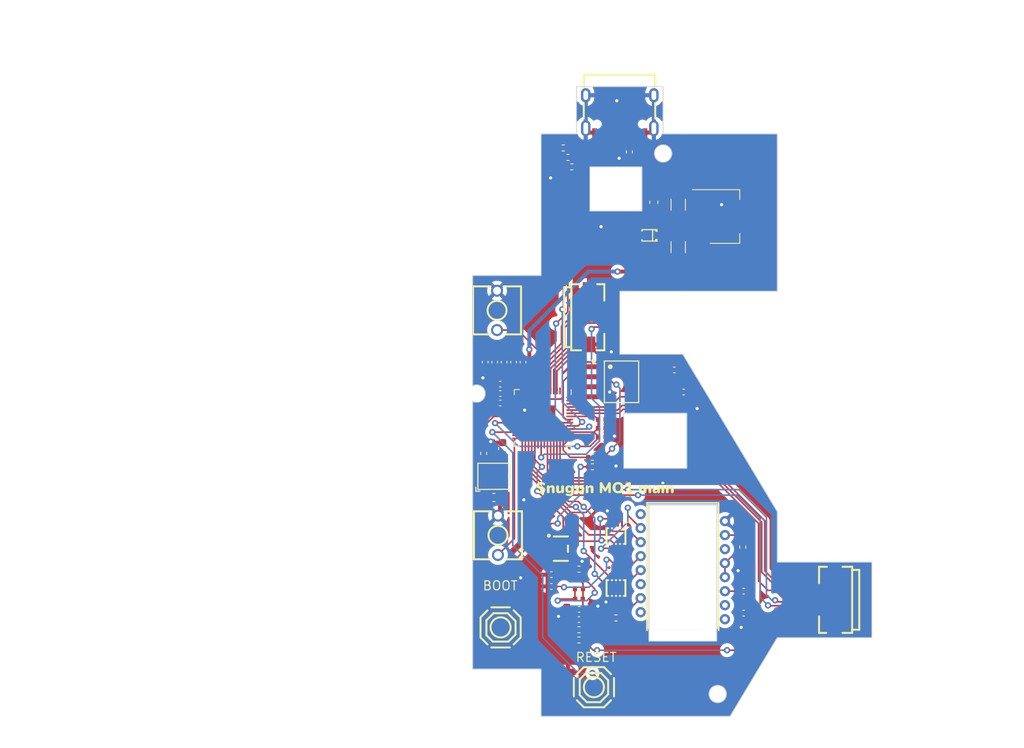
<source format=kicad_pcb>
(kicad_pcb (version 20221018) (generator pcbnew)
  (layers (0 "F.Cu" signal) (31 "B.Cu" signal) (34 "B.Paste" user) (35 "F.Paste" user) (36 "B.SilkS" user "B.Silkscreen") (37 "F.SilkS" user "F.Silkscreen") (38 "B.Mask" user) (39 "F.Mask" user) (44 "Edge.Cuts" user))
  (net 0 "")
  (net 1 "GND")
  (net 2 "RE0B")
  (net 3 "RE0A")
  (net 4 "NCS")
  (net 5 "MOSI")
  (net 6 "MISO")
  (net 7 "SCLK")
  (net 8 "RESET")
  (net 9 "Net-(U2-FB)")
  (net 10 "Net-(U2-OUT)")
  (net 11 "NCS1.9V")
  (net 12 "SCLK1.9V")
  (net 13 "MISO1.9V")
  (net 14 "MOSI1.9V")
  (net 15 "Net-(U5-VDDPIX)")
  (net 16 "Net-(U5-~{RESET})")
  (net 18 "Net-(U5-LED_P)")
  (net 19 "SW8")
  (net 20 "SW6")
  (net 21 "SW5")
  (net 22 "SW7")
  (net 23 "SW4")
  (net 24 "SW3")
  (net 25 "SW2")
  (net 26 "SW1")
  (net 27 "SW0")
  (net 28 "SW9")
  (net 29 "SW10")
  (net 30 "SW11")
  (net 31 "D-")
  (net 32 "D+")
  (net 33 "Net-(J3-CC1)")
  (net 34 "Net-(J3-CC2)")
  (net 35 "VBUS")
  (net 36 "Net-(C9-Pad1)")
  (net 37 "Net-(U1-XOUT)")
  (net 39 "Net-(J3-D--Pad5)")
  (net 40 "Net-(J3-D+-Pad6)")
  (net 44 "+3V3")
  (net 45 "QSPI_SS")
  (net 46 "USB_BOOT")
  (net 47 "+5V")
  (net 50 "Net-(U1-XIN)")
  (net 51 "+1V1")
  (net 58 "QSPI_SD3")
  (net 59 "QSPI_SCLK")
  (net 60 "QSPI_SD0")
  (net 61 "QSPI_SD2")
  (net 62 "QSPI_SD1")
  (net 63 "Net-(SD1-A)")
  (footprint "Resistor_SMD:R_0402_1005Metric" (layer "F.Cu") (at 111.4 103.6 90)
    (fp_text reference "R15" hide)
    (fp_text value "1k")
  )
  (footprint "Capacitor_SMD:C_0603_1608Metric" (layer "F.Cu") (at 113.8 103 90)
    (fp_text reference "C9" hide)
    (fp_text value "30pF")
  )
  (footprint "0:FFCｺﾈｸﾀ_FPC-SMD_P0.50-8P_FGS-XJ-H2.0" (layer "F.Cu") (at 154.5815 122.2 -90)
    (fp_text reference "J6" hide)
    (fp_text value "Conn_01x8_Pin + 2" hide)
  )
  (footprint "0:TPS73601DBVR C59200" (layer "F.Cu") (at 121.2 115.7 180)
    (fp_text reference "U2" hide)
    (fp_text value "TPS73601DBV" hide)
  )
  (footprint "Capacitor_SMD:C_0402_1005Metric" (layer "F.Cu") (at 144.4 121.1)
    (fp_text reference "C5" hide)
    (fp_text value "10uF")
  )
  (footprint "Capacitor_SMD:C_0402_1005Metric" (layer "F.Cu") (at 116.4 92 90)
    (fp_text reference "C26" hide)
    (fp_text value "2.2uF")
  )
  (footprint "Logos:Snugon MO1 main" (layer "F.Cu") (at 126.81141 108.3725)
    (fp_text reference "G***" hide)
    (fp_text value "LOGO" hide)
  )
  (footprint "Capacitor_SMD:C_0603_1608Metric" (layer "F.Cu") (at 112.7 109.2)
    (fp_text reference "C8" hide)
    (fp_text value "30pF")
  )
  (footprint "Resistor_SMD:R_0402_1005Metric" (layer "F.Cu") (at 123.5 127.3 180)
    (fp_text reference "R4" hide)
    (fp_text value "10k")
  )
  (footprint "Capacitor_SMD:C_0402_1005Metric" (layer "F.Cu") (at 111.6 92 90)
    (fp_text reference "C21" hide)
    (fp_text value "100nF")
  )
  (footprint "Package_TO_SOT_SMD:SOT-223" (layer "F.Cu") (at 142 73.5)
    (fp_text reference "U7" hide)
    (fp_text value "NCP1117-3.3_SOT223")
  )
  (footprint "Resistor_SMD:R_0402_1005Metric" (layer "F.Cu") (at 122.1 66)
    (fp_text reference "R11" hide)
    (fp_text value "27")
  )
  (footprint "Capacitor_SMD:C_0402_1005Metric" (layer "F.Cu") (at 113.5 97.2 180)
    (fp_text reference "C18" hide)
    (fp_text value "100nF")
  )
  (footprint "Capacitor_SMD:C_0402_1005Metric" (layer "F.Cu") (at 114 92 90)
    (fp_text reference "C23" hide)
    (fp_text value "100nF")
  )
  (footprint "0:SW-SMD_4P-L5.1-W5.1-P3.70-LS6.5-TL-2" (layer "F.Cu") (at 113.55 125.7 90)
    (fp_text reference "SW14" hide)
    (fp_text value "BOOT")
  )
  (footprint "Capacitor_SMD:C_0402_1005Metric" (layer "F.Cu") (at 123.5 122.1 180)
    (fp_text reference "C3" hide)
    (fp_text value "100nF")
  )
  (footprint "Resistor_SMD:R_0402_1005Metric" (layer "F.Cu") (at 121.5 64.8)
    (fp_text reference "R9" hide)
    (fp_text value "5.1k")
  )
  (footprint "Resistor_SMD:R_0402_1005Metric" (layer "F.Cu") (at 123.5 118.3)
    (fp_text reference "R2" hide)
    (fp_text value "63.4k")
  )
  (footprint "PMW3360DM-T2QU:PMW3360" (layer "F.Cu") (at 136.683 117.985 180)
    (fp_text reference "U5" hide)
    (fp_text value "PMW3360DM-T2QU" hide)
    (fp_line (start -4.445 -7.9375) (end 4.445 -7.9375) (stroke (width 0.01)) (layer "Edge.Cuts"))
    (fp_line (start -4.445 7.9375) (end -4.445 -7.9375) (stroke (width 0.01)) (layer "Edge.Cuts"))
    (fp_line (start 4.445 -7.9375) (end 4.445 7.9375) (stroke (width 0.01)) (layer "Edge.Cuts"))
    (fp_line (start 4.445 7.9375) (end -4.445 7.9375) (stroke (width 0.01)) (layer "Edge.Cuts"))
  )
  (footprint "0:SW-SMD_4P-L5.1-W5.1-P3.70-LS6.5-TL-2" (layer "F.Cu") (at 125.4 133.3)
    (fp_text reference "SW15" hide)
    (fp_text value "RESET")
  )
  (footprint "Resistor_SMD:R_0402_1005Metric" (layer "F.Cu") (at 128.2 124.5 180)
    (fp_text reference "R5" hide)
    (fp_text value "39")
  )
  (footprint "Capacitor_SMD:C_0402_1005Metric" (layer "F.Cu") (at 126.4 99.3)
    (fp_text reference "C17" hide)
    (fp_text value "100nF")
  )
  (footprint "Resistor_SMD:R_0402_1005Metric" (layer "F.Cu") (at 125.2 104.1)
    (fp_text reference "R14" hide)
    (fp_text value "10k")
  )
  (footprint "Capacitor_SMD:C_0402_1005Metric" (layer "F.Cu") (at 115.2 92 90)
    (fp_text reference "C24" hide)
    (fp_text value "100nF")
  )
  (footprint "Capacitor_SMD:C_0402_1005Metric" (layer "F.Cu") (at 126.4 101.5)
    (fp_text reference "C25" hide)
    (fp_text value "2.2uF")
  )
  (footprint "Resistor_SMD:R_0402_1005Metric" (layer "F.Cu") (at 144.3 115.5 90)
    (fp_text reference "R6" hide)
    (fp_text value "10k")
  )
  (footprint "Resistor_SMD:R_0402_1005Metric" (layer "F.Cu") (at 122.6 67.2)
    (fp_text reference "R10" hide)
    (fp_text value "27")
  )
  (footprint "Capacitor_SMD:C_0402_1005Metric" (layer "F.Cu") (at 123.5 124.7 180)
    (fp_text reference "C7" hide)
    (fp_text value "100nF")
  )
  (footprint "Capacitor_SMD:C_1206_3216Metric" (layer "F.Cu") (at 136.1 77.4 -90)
    (fp_text reference "C14" hide)
    (fp_text value "10uF")
  )
  (footprint "Capacitor_SMD:C_0402_1005Metric" (layer "F.Cu") (at 126.4 100.4)
    (fp_text reference "C16" hide)
    (fp_text value "100nF")
  )
  (footprint "0:SW-TH_L6.2-W6.2-P5.00" (layer "F.Cu") (at 113.217 114 -90)
    (fp_text reference "SW0" hide)
    (fp_text value "SW_PUSH" hide)
  )
  (footprint "Resistor_SMD:R_0402_1005Metric" (layer "F.Cu") (at 125.2 105.3)
    (fp_text reference "R13" hide)
    (fp_text value "1k")
  )
  (footprint "0:TXS0102DCUR C53434" (layer "F.Cu") (at 128.2 114.1 180)
    (fp_text reference "U3" hide)
    (fp_text value "TXS0102DCU" hide)
  )
  (footprint "Capacitor_SMD:C_1206_3216Metric" (layer "F.Cu") (at 136.1 72 90)
    (fp_text reference "C15" hide)
    (fp_text value "10uF")
  )
  (footprint "Capacitor_SMD:C_0402_1005Metric" (layer "F.Cu") (at 135.6 93)
    (fp_text reference "C27" hide)
    (fp_text value "100nF")
  )
  (footprint "Capacitor_SMD:C_0402_1005Metric" (layer "F.Cu") (at 123.52 123.4 180)
    (fp_text reference "C4" hide)
    (fp_text value "10uF")
  )
  (footprint "0:X322512MSB4SI_C9002" (layer "F.Cu") (at 112.7 106.5)
    (fp_text reference "Y1" hide)
    (fp_text value "12MHz" hide)
  )
  (footprint "Capacitor_SMD:C_0402_1005Metric" (layer "F.Cu") (at 120 119 180)
    (fp_text reference "C1" hide)
    (fp_text value "10uF")
  )
  (footprint "Fuse:Fuse_0603_1608Metric" (layer "F.Cu") (at 133 71.7 -90)
    (fp_text reference "F2" hide)
    (fp_text value "Fuse")
  )
  (footprint "Resistor_SMD:R_0402_1005Metric" (layer "F.Cu") (at 129.9 65.3 90)
    (fp_text reference "R8" hide)
    (fp_text value "5.1k")
  )
  (footprint "Capacitor_SMD:C_0402_1005Metric" (layer "F.Cu") (at 113.5 96 180)
    (fp_text reference "C19" hide)
    (fp_text value "100nF")
  )
  (footprint "0:USB-C-SMD_TYPE-C-6PIN-2MD-073" (layer "F.Cu") (at 128.683 60.475 180)
    (fp_text reference "J3" hide)
    (fp_text value "USB_C_Receptacle_USB2.0" hide)
  )
  (footprint "Capacitor_SMD:C_0402_1005Metric" (layer "F.Cu") (at 113.5 94.8 180)
    (fp_text reference "C20" hide)
    (fp_text value "100nF")
  )
  (footprint "0:SW-TH_L6.2-W6.2-P5.00" (layer "F.Cu") (at 113.1 85.428 -90)
    (fp_text reference "SW1" hide)
    (fp_text value "SW_PUSH" hide)
  )
  (footprint "Capacitor_SMD:C_0402_1005Metric" (layer "F.Cu") (at 112.8 92 90)
    (fp_text reference "C22" hide)
    (fp_text value "100nF")
  )
  (footprint "Package_DFN_QFN:QFN-56-1EP_7x7mm_P0.4mm_EP3.2x3.2mm" (layer "F.Cu") (at 118.9 99.1 -90)
    (fp_text reference "U1" hide)
    (fp_text value "RP2040")
  )
  (footprint "Capacitor_SMD:C_0402_1005Metric" (layer "F.Cu") (at 144.4 123.9)
    (fp_text reference "C6" hide)
    (fp_text value "100nF")
  )
  (footprint "Capacitor_SMD:C_0402_1005Metric" (layer "F.Cu") (at 120 120.5 180)
    (fp_text reference "C2" hide)
    (fp_text value "100nF")
  )
  (footprint "Capacitor_SMD:C_0402_1005Metric" (layer "F.Cu") (at 136.8 95.8)
    (fp_text reference "C28" hide)
    (fp_text value "2.2uF")
  )
  (footprint "0:1N5819WS_C191023" (layer "F.Cu") (at 132.4 75.9 180)
    (fp_text reference "SD1" hide)
    (fp_text value "Schottky diode" hide)
  )
  (footprint "Resistor_SMD:R_0402_1005Metric" (layer "F.Cu") (at 123.5 126 180)
    (fp_text reference "R3" hide)
    (fp_text value "10k")
  )
  (footprint "0:W25Q128JVSIQ_C97521" (layer "F.Cu") (at 128.9 94.5 -90)
    (fp_text reference "U8" hide)
    (fp_text value "W25Q128JVSIQ" hide)
  )
  (footprint "0:FFCｺﾈｸﾀ_FPC-SMD_P0.50-8P_FGS-XJ-H2.0" (layer "F.Cu") (at 126.1185 86.3 90)
    (fp_text reference "J1" hide)
    (fp_text value "Conn_01x8_Pin + 2" hide)
  )
  (footprint "0:TXS0102DCUR C53434" (layer "F.Cu") (at 128.2 120.7)
    (fp_text reference "U4" hide)
    (fp_text value "TXS0102DCU" hide)
  )
  (footprint "Resistor_SMD:R_0402_1005Metric" (layer "F.Cu") (at 123.5 120.8 180)
    (fp_text reference "R1" hide)
    (fp_text value "37.4k")
  )
  (gr_line (start 123.183 57) (end 134.183 57) (stroke (width 0.1)) (layer "Edge.Cuts"))
  (gr_line (start 124.883 72.8) (end 124.883 67.2) (stroke (width 0.1)) (layer "Edge.Cuts"))
  (gr_line (start 128.683 91) (end 136.683 91) (stroke (width 0.1)) (layer "Edge.Cuts"))
  (gr_line (start 131.483 67.2) (end 131.483 72.8) (stroke (width 0.1)) (layer "Edge.Cuts"))
  (gr_line (start 148.683 117.4) (end 160.683 117.4) (stroke (width 0.1)) (layer "Edge.Cuts"))
  (gr_line (start 136.683 83) (end 128.683 83) (stroke (width 0.1)) (layer "Edge.Cuts"))
  (gr_arc (start 110 95.020001) (mid 111.600181 96) (end 110 96.979999) (stroke (width 0.1)) (layer "Edge.Cuts"))
  (gr_line (start 124.883 72.8) (end 131.483 72.8) (stroke (width 0.1)) (layer "Edge.Cuts"))
  (gr_line (start 123.183 63) (end 123.183 57) (stroke (width 0.1)) (layer "Edge.Cuts"))
  (gr_line (start 110 81) (end 110 95.02) (stroke (width 0.1)) (layer "Edge.Cuts"))
  (gr_line (start 118.683 137) (end 118.683 131) (stroke (width 0.1)) (layer "Edge.Cuts"))
  (gr_line (start 129.183 98.5) (end 137.183 98.5) (stroke (width 0.1)) (layer "Edge.Cuts"))
  (gr_line (start 132.383 127.44) (end 132.383 110.18) (stroke (width 0.1)) (layer "Edge.Cuts"))
  (gr_line (start 110 119) (end 110 131) (stroke (width 0.1)) (layer "Edge.Cuts"))
  (gr_line (start 148.683 127) (end 160.683 127) (stroke (width 0.1)) (layer "Edge.Cuts"))
  (gr_circle (center 134.183 65.5) (end 135.283 65.5) (stroke (width 0.1)) (fill none) (layer "Edge.Cuts"))
  (gr_line (start 148.683 63) (end 148.683 83) (stroke (width 0.1)) (layer "Edge.Cuts"))
  (gr_line (start 148.683 127) (end 142.683 137) (stroke (width 0.1)) (layer "Edge.Cuts"))
  (gr_line (start 136.683 83) (end 148.683 83) (stroke (width 0.1)) (layer "Edge.Cuts"))
  (gr_line (start 136.683 91) (end 148.683 111) (stroke (width 0.1)) (layer "Edge.Cuts"))
  (gr_line (start 140.983 110.18) (end 140.983 127.44) (stroke (width 0.1)) (layer "Edge.Cuts"))
  (gr_circle (center 141.116 134.163) (end 142.216 134.163) (stroke (width 0.1)) (fill none) (layer "Edge.Cuts"))
  (gr_line (start 132.383 127.44) (end 140.983 127.44) (stroke (width 0.1)) (layer "Edge.Cuts"))
  (gr_line (start 118.683 81) (end 118.683 63) (stroke (width 0.1)) (layer "Edge.Cuts"))
  (gr_line (start 134.183 63) (end 136.683 63) (stroke (width 0.1)) (layer "Edge.Cuts"))
  (gr_line (start 148.683 111) (end 148.683 117.4) (stroke (width 0.1)) (layer "Edge.Cuts"))
  (gr_line (start 128.683 83) (end 128.683 91) (stroke (width 0.1)) (layer "Edge.Cuts"))
  (gr_line (start 137.183 105.5) (end 129.183 105.5) (stroke (width 0.1)) (layer "Edge.Cuts"))
  (gr_line (start 132.383 110.18) (end 140.983 110.18) (stroke (width 0.1)) (layer "Edge.Cuts"))
  (gr_line (start 134.183 57) (end 134.183 63) (stroke (width 0.1)) (layer "Edge.Cuts"))
  (gr_line (start 110 131) (end 118.683 131) (stroke (width 0.1)) (layer "Edge.Cuts"))
  (gr_line (start 118.683 137) (end 142.683 137) (stroke (width 0.1)) (layer "Edge.Cuts"))
  (gr_line (start 137.183 98.5) (end 137.183 105.5) (stroke (width 0.1)) (layer "Edge.Cuts"))
  (gr_line (start 110 81) (end 118.683 81) (stroke (width 0.1)) (layer "Edge.Cuts"))
  (gr_line (start 136.683 63) (end 148.683 63) (stroke (width 0.1)) (layer "Edge.Cuts"))
  (gr_line (start 110 119) (end 110 96.98) (stroke (width 0.1)) (layer "Edge.Cuts"))
  (gr_line (start 118.683 63) (end 123.183 63) (stroke (width 0.1)) (layer "Edge.Cuts"))
  (gr_line (start 160.683 117.4) (end 160.683 127) (stroke (width 0.1)) (layer "Edge.Cuts"))
  (gr_line (start 124.883 67.2) (end 131.483 67.2) (stroke (width 0.1)) (layer "Edge.Cuts"))
  (gr_line (start 129.183 105.5) (end 129.183 98.5) (stroke (width 0.1)) (layer "Edge.Cuts"))
  (segment (start 127.763 123) (end 125.9 123) (width 0.2) (layer "F.Cu") (net 1))
  (segment (start 144.88 121.1) (end 144.88 123.9) (width 0.5) (layer "F.Cu") (net 1))
  (segment (start 124.908 62.85) (end 124.358 62.3) (width 0.5) (layer "F.Cu") (net 1))
  (segment (start 128.454 112.55) (end 128.454 111.925314) (width 0.2) (layer "F.Cu") (net 1))
  (segment (start 127.946 122.25) (end 127.946 122.817) (width 0.2) (layer "F.Cu") (net 1))
  (segment (start 125.483 62.85) (end 124.908 62.85) (width 0.5) (layer "F.Cu") (net 1))
  (segment (start 113.8 108.875) (end 113.475 109.2) (width 0.5) (layer "F.Cu") (net 1))
  (segment (start 127.946 122.817) (end 127.763 123) (width 0.2) (layer "F.Cu") (net 1))
  (segment (start 118.9 115.7) (end 116.1 118.5) (width 0.5) (layer "F.Cu") (net 1))
  (segment (start 127.6 90.7) (end 125.7285 90.7) (width 0.5) (layer "F.Cu") (net 1))
  (segment (start 112.425 102.225) (end 112.3 102.1) (width 0.2) (layer "F.Cu") (net 1))
  (segment (start 131.883 62.85) (end 132.458 62.85) (width 0.5) (layer "F.Cu") (net 1))
  (segment (start 113.8 102.225) (end 112.425 102.225) (width 0.2) (layer "F.Cu") (net 1))
  (segment (start 123.9 117.3) (end 123.9 118.19) (width 0.5) (layer "F.Cu") (net 1))
  (segment (start 113.8 107.375) (end 113.8 108.875) (width 0.5) (layer "F.Cu") (net 1))
  (segment (start 116.1 118.5) (end 116.1 119.4) (width 0.5) (layer "F.Cu") (net 1))
  (segment (start 125.7285 90.7) (end 124.7785 89.75) (width 0.5) (layer "F.Cu") (net 1))
  (segment (start 113.575 107.375) (end 111.825 105.625) (width 0.5) (layer "F.Cu") (net 1))
  (segment (start 127.6 88.1915) (end 127.6 90.7) (width 0.5) (layer "F.Cu") (net 1))
  (segment (start 123.9 118.19) (end 124.01 118.3) (width 0.5) (layer "F.Cu") (net 1))
  (segment (start 113.8 107.375) (end 113.575 107.375) (width 0.5) (layer "F.Cu") (net 1))
  (segment (start 116.4 91.52) (end 111.6 91.52) (width 0.5) (layer "F.Cu") (net 1))
  (segment (start 127.428686 110.9) (end 127.1 110.9) (width 0.2) (layer "F.Cu") (net 1))
  (segment (start 117.9 98.1) (end 116.6 98.1) (width 0.2) (layer "F.Cu") (net 1))
  (segment (start 126.795 96.405) (end 127.4 95.8) (width 0.5) (layer "F.Cu") (net 1))
  (segment (start 113.92 98.1) (end 113.02 97.2) (width 0.2) (layer "F.Cu") (net 1))
  (segment (start 115.4625 98.1) (end 113.92 98.1) (width 0.2) (layer "F.Cu") (net 1))
  (segment (start 132.458 62.85) (end 133.008 62.3) (width 0.5) (layer "F.Cu") (net 1))
  (segment (start 116.6 98.1) (end 115.4625 98.1) (width 0.2) (layer "F.Cu") (net 1))
  (segment (start 113.475 109.2) (end 113.475 111.242) (width 0.5) (layer "F.Cu") (net 1))
  (segment (start 154.3235 120.348) (end 153.2415 120.348) (width 0.5) (layer "F.Cu") (net 1))
  (segment (start 111.825 105.625) (end 111.6 105.625) (width 0.5) (layer "F.Cu") (net 1))
  (segment (start 127.5605 88.152) (end 127.6 88.1915) (width 0.5) (layer "F.Cu") (net 1))
  (segment (start 128.454 111.925314) (end 127.428686 110.9) (width 0.2) (layer "F.Cu") (net 1))
  (segment (start 118.9 99.1) (end 117.9 98.1) (width 0.2) (layer "F.Cu") (net 1))
  (segment (start 119.9 115.7) (end 118.9 115.7) (width 0.5) (layer "F.Cu") (net 1))
  (segment (start 113.475 111.242) (end 113.217 111.5) (width 0.5) (layer "F.Cu") (net 1))
  (segment (start 155.9215 118.75) (end 154.3235 120.348) (width 0.5) (layer "F.Cu") (net 1))
  (segment (start 125.37 96.405) (end 126.795 96.405) (width 0.5) (layer "F.Cu") (net 1))
  (via (at 116.1 119.4) (size 0.8) (drill 0.4) (layers "F.Cu" "B.Cu") (net 1))
  (via (at 119.9 68.6) (size 0.8) (drill 0.4) (layers "F.Cu" "B.Cu") (net 1))
  (via (at 120.9 124.3) (size 0.8) (drill 0.4) (layers "F.Cu" "B.Cu") (net 1))
  (via (at 144.1 125.7) (size 0.8) (drill 0.4) (layers "F.Cu" "B.Cu") (net 1))
  (via (at 123.9 117.3) (size 0.8) (drill 0.4) (layers "F.Cu" "B.Cu") (net 1))
  (via (at 128 101.4) (size 0.8) (drill 0.4) (layers "F.Cu" "B.Cu") (net 1))
  (via (at 128.3 58.8) (size 0.8) (drill 0.4) (layers "F.Cu" "B.Cu") (net 1))
  (via (at 126.3 74.8) (size 0.8) (drill 0.4) (layers "F.Cu" "B.Cu") (net 1))
  (via (at 127.1 110.9) (size 0.8) (drill 0.4) (layers "F.Cu" "B.Cu") (net 1))
  (via (at 111.3 94) (size 0.8) (drill 0.4) (layers "F.Cu" "B.Cu") (net 1))
  (via (at 138.5 97.9) (size 0.8) (drill 0.4) (layers "F.Cu" "B.Cu") (net 1))
  (via (at 112.3 102.1) (size 0.8) (drill 0.4) (layers "F.Cu" "B.Cu") (net 1))
  (via (at 125.9 123) (size 0.8) (drill 0.4) (layers "F.Cu" "B.Cu") (net 1))
  (via (at 127.6 90.7) (size 0.8) (drill 0.4) (layers "F.Cu" "B.Cu") (net 1))
  (via (at 128.6 66.1) (size 0.8) (drill 0.4) (layers "F.Cu" "B.Cu") (net 1))
  (via (at 116.6 98.1) (size 0.8) (drill 0.4) (layers "F.Cu" "B.Cu") (net 1))
  (via (at 127.4 95.8) (size 0.8) (drill 0.4) (layers "F.Cu" "B.Cu") (net 1))
  (via (at 143.7 118.5) (size 0.8) (drill 0.4) (layers "F.Cu" "B.Cu") (net 1))
  (via (at 128.2 105.2) (size 0.8) (drill 0.4) (layers "F.Cu" "B.Cu") (net 1))
  (via (at 116.5 109.5) (size 0.8) (drill 0.4) (layers "F.Cu" "B.Cu") (net 1))
  (via (at 141.6 72) (size 0.8) (drill 0.4) (layers "F.Cu" "B.Cu") (net 1))
  (segment (start 127.4 95.8) (end 127.4 90.9) (width 0.5) (layer "B.Cu") (net 1))
  (segment (start 127.4 95.8) (end 128 96.4) (width 0.5) (layer "B.Cu") (net 1))
  (segment (start 127.6 90.7) (end 127.5 90.8) (width 0.5) (layer "B.Cu") (net 1))
  (segment (start 128 101.4) (end 128 101.3) (width 0.5) (layer "B.Cu") (net 1))
  (segment (start 127.4 90.9) (end 127.6 90.7) (width 0.5) (layer "B.Cu") (net 1))
  (segment (start 128 96.4) (end 128 101.4) (width 0.5) (layer "B.Cu") (net 1))
  (segment (start 118.7 104.1) (end 118.7 102.5375) (width 0.2) (layer "F.Cu") (net 2))
  (segment (start 125.348 87.552) (end 125.1 87.8) (width 0.2) (layer "F.Cu") (net 2))
  (segment (start 127.4565 87.552) (end 125.348 87.552) (width 0.2) (layer "F.Cu") (net 2))
  (via (at 125.1 87.8) (size 0.8) (drill 0.4) (layers "F.Cu" "B.Cu") (net 2))
  (via (at 118.7 104.1) (size 0.8) (drill 0.4) (layers "F.Cu" "B.Cu") (net 2))
  (segment (start 125.1 96.6) (end 125.1 87.8) (width 0.2) (layer "B.Cu") (net 2))
  (segment (start 118.7 104.1) (end 119.098379 103.701621) (width 0.2) (layer "B.Cu") (net 2))
  (segment (start 124.398379 103.701621) (end 126.1 102) (width 0.2) (layer "B.Cu") (net 2))
  (segment (start 126.1 97.6) (end 125.1 96.6) (width 0.2) (layer "B.Cu") (net 2))
  (segment (start 126.1 102) (end 126.1 97.6) (width 0.2) (layer "B.Cu") (net 2))
  (segment (start 119.098379 103.701621) (end 124.398379 103.701621) (width 0.2) (layer "B.Cu") (net 2))
  (segment (start 123.2785 90.555814) (end 123.2785 88.284314) (width 0.2) (layer "F.Cu") (net 3))
  (segment (start 124.512814 87.05) (end 127.4585 87.05) (width 0.2) (layer "F.Cu") (net 3))
  (segment (start 123.2785 88.284314) (end 124.512814 87.05) (width 0.2) (layer "F.Cu") (net 3))
  (segment (start 120.7 95.6625) (end 120.7 93.134314) (width 0.2) (layer "F.Cu") (net 3))
  (segment (start 120.7 93.134314) (end 123.2785 90.555814) (width 0.2) (layer "F.Cu") (net 3))
  (segment (start 124.1 110.4) (end 123.8 110.4) (width 0.2) (layer "F.Cu") (net 4))
  (segment (start 123.8 110.4) (end 123.8 110.11055) (width 0.2) (layer "F.Cu") (net 4))
  (segment (start 117.5 105.002942) (end 117.5 102.5375) (width 0.2) (layer "F.Cu") (net 4))
  (segment (start 127.438 120.838) (end 125.5 118.9) (width 0.2) (layer "F.Cu") (net 4))
  (segment (start 123.38995 109.7005) (end 122.197558 109.7005) (width 0.2) (layer "F.Cu") (net 4))
  (segment (start 123.8 110.11055) (end 123.38995 109.7005) (width 0.2) (layer "F.Cu") (net 4))
  (segment (start 127.438 122.25) (end 127.438 120.838) (width 0.2) (layer "F.Cu") (net 4))
  (segment (start 122.197558 109.7005) (end 117.5 105.002942) (width 0.2) (layer "F.Cu") (net 4))
  (via (at 125.5 118.9) (size 0.8) (drill 0.4) (layers "F.Cu" "B.Cu") (net 4))
  (via (at 124.1 110.4) (size 0.8) (drill 0.4) (layers "F.Cu" "B.Cu") (net 4))
  (segment (start 124.1 110.4) (end 125.5 111.8) (width 0.2) (layer "B.Cu") (net 4))
  (segment (start 125.5 111.8) (end 125.5 118.9) (width 0.2) (layer "B.Cu") (net 4))
  (segment (start 124.38995 111.1) (end 125.48995 110) (width 0.2) (layer "F.Cu") (net 5))
  (segment (start 128.962 111.662) (end 128.962 112.55) (width 0.2) (layer "F.Cu") (net 5))
  (segment (start 122.465686 111.1) (end 124.38995 111.1) (width 0.2) (layer "F.Cu") (net 5))
  (segment (start 116.7 105.334314) (end 122.465686 111.1) (width 0.2) (layer "F.Cu") (net 5))
  (segment (start 125.48995 110) (end 127.3 110) (width 0.2) (layer "F.Cu") (net 5))
  (segment (start 127.3 110) (end 128.962 111.662) (width 0.2) (layer "F.Cu") (net 5))
  (segment (start 116.7 102.5375) (end 116.7 105.334314) (width 0.2) (layer "F.Cu") (net 5))
  (segment (start 117.1 105.168628) (end 117.1 102.5375) (width 0.2) (layer "F.Cu") (net 6))
  (segment (start 123.1 110.4005) (end 122.331872 110.4005) (width 0.2) (layer "F.Cu") (net 6))
  (segment (start 122.331872 110.4005) (end 117.1 105.168628) (width 0.2) (layer "F.Cu") (net 6))
  (segment (start 127.25 119.15) (end 124.1 116) (width 0.2) (layer "F.Cu") (net 6))
  (segment (start 127.438 119.15) (end 127.25 119.15) (width 0.2) (layer "F.Cu") (net 6))
  (via (at 124.1 116) (size 0.8) (drill 0.4) (layers "F.Cu" "B.Cu") (net 6))
  (via (at 123.1 110.4005) (size 0.8) (drill 0.4) (layers "F.Cu" "B.Cu") (net 6))
  (segment (start 124.1 111.4005) (end 124.1 116) (width 0.2) (layer "B.Cu") (net 6))
  (segment (start 123.1 110.4005) (end 124.1 111.4005) (width 0.2) (layer "B.Cu") (net 6))
  (segment (start 128.962 115.083) (end 128.962 115.65) (width 0.2) (layer "F.Cu") (net 7))
  (segment (start 124.746218 113.946218) (end 127.825218 113.946218) (width 0.2) (layer "F.Cu") (net 7))
  (segment (start 127.825218 113.946218) (end 128.962 115.083) (width 0.2) (layer "F.Cu") (net 7))
  (segment (start 116.3 105.5) (end 124.746218 113.946218) (width 0.2) (layer "F.Cu") (net 7))
  (segment (start 116.3 102.5375) (end 116.3 105.5) (width 0.2) (layer "F.Cu") (net 7))
  (segment (start 125.2 131.5) (end 125.25 131.45) (width 0.2) (layer "F.Cu") (net 8))
  (segment (start 115.4625 100.9) (end 112.5 100.9) (width 0.2) (layer "F.Cu") (net 8))
  (segment (start 128.7 135) (end 128.7 135.15) (width 0.2) (layer "F.Cu") (net 8))
  (segment (start 125.2 131.5) (end 128.7 135) (width 0.2) (layer "F.Cu") (net 8))
  (via (at 125.2 131.5) (size 0.8) (drill 0.4) (layers "F.Cu" "B.Cu") (net 8))
  (via (at 112.5 100.9) (size 0.8) (drill 0.4) (layers "F.Cu" "B.Cu") (net 8))
  (segment (start 118.9 119.1) (end 115.1 115.3) (width 0.2) (layer "B.Cu") (net 8))
  (segment (start 118.9 127) (end 118.9 119.1) (width 0.2) (layer "B.Cu") (net 8))
  (segment (start 115.1 103.5) (end 112.5 100.9) (width 0.2) (layer "B.Cu") (net 8))
  (segment (start 125.2 131.5) (end 123.4 131.5) (width 0.2) (layer "B.Cu") (net 8))
  (segment (start 115.1 115.3) (end 115.1 103.5) (width 0.2) (layer "B.Cu") (net 8))
  (segment (start 123.4 131.5) (end 118.9 127) (width 0.2) (layer "B.Cu") (net 8))
  (segment (start 125.5 120.81) (end 125.5 121.3) (width 0.2) (layer "F.Cu") (net 9))
  (segment (start 122.99 117.14) (end 122.5 116.65) (width 0.2) (layer "F.Cu") (net 9))
  (segment (start 122.99 120.8) (end 122.99 122.07) (width 0.2) (layer "F.Cu") (net 9))
  (segment (start 121 122.1) (end 123.02 122.1) (width 0.2) (layer "F.Cu") (net 9))
  (segment (start 120.8 122.3) (end 121 122.1) (width 0.2) (layer "F.Cu") (net 9))
  (segment (start 122.99 118.3) (end 125.5 120.81) (width 0.2) (layer "F.Cu") (net 9))
  (segment (start 122.99 118.3) (end 122.99 117.14) (width 0.2) (layer "F.Cu") (net 9))
  (segment (start 122.99 122.07) (end 123.02 122.1) (width 0.2) (layer "F.Cu") (net 9))
  (via (at 120.8 122.3) (size 0.8) (drill 0.4) (layers "F.Cu" "B.Cu") (net 9))
  (via (at 125.5 121.3) (size 0.8) (drill 0.4) (layers "F.Cu" "B.Cu") (net 9))
  (segment (start 124.5 122.3) (end 120.8 122.3) (width 0.2) (layer "B.Cu") (net 9))
  (segment (start 125.5 121.3) (end 124.5 122.3) (width 0.2) (layer "B.Cu") (net 9))
  (segment (start 124.01 127.3) (end 125.31 128.6) (width 0.2) (layer "F.Cu") (net 10))
  (segment (start 121.6 118.5) (end 121.6 115.65) (width 0.2) (layer "F.Cu") (net 10))
  (segment (start 123.98 124.7) (end 123.98 123.42) (width 0.2) (layer "F.Cu") (net 10))
  (segment (start 124.01 122.07) (end 123.98 122.1) (width 0.2) (layer "F.Cu") (net 10))
  (segment (start 127.863 111.9) (end 127.946 111.983) (width 0.2) (layer "F.Cu") (net 10))
  (segment (start 124.01 120.11) (end 123.6 119.7) (width 0.2) (layer "F.Cu") (net 10))
  (segment (start 128.454 119.15) (end 128.454 122.25) (width 0.2) (layer "F.Cu") (net 10))
  (segment (start 127.946 115.083) (end 127.946 115.65) (width 0.2) (layer "F.Cu") (net 10))
  (segment (start 123.6 119.7) (end 122.8 119.7) (width 0.2) (layer "F.Cu") (net 10))
  (segment (start 143.563 116.01) (end 142.033 117.54) (width 0.2) (layer "F.Cu") (net 10))
  (segment (start 142.033 117.54) (end 142.033 119.32) (width 0.2) (layer "F.Cu") (net 10))
  (segment (start 126.259244 114.75) (end 122.5 114.75) (width 0.2) (layer "F.Cu") (net 10))
  (segment (start 128.454 123.736) (end 128.454 122.25) (width 0.2) (layer "F.Cu") (net 10))
  (segment (start 123.98 123.42) (end 124 123.4) (width 0.2) (layer "F.Cu") (net 10))
  (segment (start 127.69 124.5) (end 124.18 124.5) (width 0.2) (layer "F.Cu") (net 10))
  (segment (start 126.363026 114.646218) (end 126.259244 114.75) (width 0.2) (layer "F.Cu") (net 10))
  (segment (start 145.8 126.1) (end 145.8 117.51) (width 0.2) (layer "F.Cu") (net 10))
  (segment (start 127.946 111.983) (end 127.946 112.55) (width 0.2) (layer "F.Cu") (net 10))
  (segment (start 121.6 115.65) (end 122.5 114.75) (width 0.2) (layer "F.Cu") (net 10))
  (segment (start 143.3 128.6) (end 145.8 126.1) (width 0.2) (layer "F.Cu") (net 10))
  (segment (start 124.01 120.8) (end 124.01 122.07) (width 0.2) (layer "F.Cu") (net 10))
  (segment (start 124.18 124.5) (end 123.98 124.7) (width 0.2) (layer "F.Cu") (net 10))
  (segment (start 122.8 119.7) (end 121.6 118.5) (width 0.2) (layer "F.Cu") (net 10))
  (segment (start 124 122.12) (end 123.98 122.1) (width 0.2) (layer "F.Cu") (net 10))
  (segment (start 124 123.4) (end 124 122.12) (width 0.2) (layer "F.Cu") (net 10))
  (segment (start 124.01 120.8) (end 124.01 120.11) (width 0.2) (layer "F.Cu") (net 10))
  (segment (start 126.363026 114.646218) (end 127.509218 114.646218) (width 0.2) (layer "F.Cu") (net 10))
  (segment (start 127.69 124.5) (end 128.454 123.736) (width 0.2) (layer "F.Cu") (net 10))
  (segment (start 126.2 111.9) (end 127.863 111.9) (width 0.2) (layer "F.Cu") (net 10))
  (segment (start 123.98 124.7) (end 123.98 125.97) (width 0.2) (layer "F.Cu") (net 10))
  (segment (start 125.31 128.6) (end 125.8 128.6) (width 0.2) (layer "F.Cu") (net 10))
  (segment (start 142.3 128.6) (end 143.3 128.6) (width 0.2) (layer "F.Cu") (net 10))
  (segment (start 145.8 117.51) (end 144.3 116.01) (width 0.2) (layer "F.Cu") (net 10))
  (segment (start 127.509218 114.646218) (end 127.946 115.083) (width 0.2) (layer "F.Cu") (net 10))
  (segment (start 123.98 125.97) (end 124.01 126) (width 0.2) (layer "F.Cu") (net 10))
  (segment (start 124.01 127.3) (end 124.01 126) (width 0.2) (layer "F.Cu") (net 10))
  (segment (start 144.3 116.01) (end 143.563 116.01) (width 0.2) (layer "F.Cu") (net 10))
  (via (at 142.3 128.6) (size 0.8) (drill 0.4) (layers "F.Cu" "B.Cu") (net 10))
  (via (at 125.8 128.6) (size 0.8) (drill 0.4) (layers "F.Cu" "B.Cu") (net 10))
  (via (at 126.2 111.9) (size 0.8) (drill 0.4) (layers "F.Cu" "B.Cu") (net 10))
  (via (at 126.363026 114.646218) (size 0.8) (drill 0.4) (layers "F.Cu" "B.Cu") (net 10))
  (segment (start 126.2 114.483192) (end 126.363026 114.646218) (width 0.2) (layer "B.Cu") (net 10))
  (segment (start 126.2 111.9) (end 126.2 114.483192) (width 0.2) (layer "B.Cu") (net 10))
  (segment (start 125.8 128.6) (end 142.3 128.6) (width 0.2) (layer "B.Cu") (net 10))
  (segment (start 128.962 122.25) (end 128.962 120.801) (width 0.2) (layer "F.Cu") (net 11))
  (segment (start 128.962 120.801) (end 131.333 118.43) (width 0.2) (layer "F.Cu") (net 11))
  (segment (start 129.7 111.457) (end 131.333 113.09) (width 0.2) (layer "F.Cu") (net 12))
  (segment (start 126.35 115.65) (end 126.3 115.7) (width 0.2) (layer "F.Cu") (net 12))
  (segment (start 129.7 110.5) (end 129.7 111.457) (width 0.2) (layer "F.Cu") (net 12))
  (segment (start 127.438 115.65) (end 126.35 115.65) (width 0.2) (layer "F.Cu") (net 12))
  (via (at 129.7 110.5) (size 0.8) (drill 0.4) (layers "F.Cu" "B.Cu") (net 12))
  (via (at 126.3 115.7) (size 0.8) (drill 0.4) (layers "F.Cu" "B.Cu") (net 12))
  (segment (start 129.7 112.3) (end 129.7 110.5) (width 0.2) (layer "B.Cu") (net 12))
  (segment (start 126.3 115.7) (end 129.7 112.3) (width 0.2) (layer "B.Cu") (net 12))
  (segment (start 128.962 119.15) (end 128.962 119.021) (width 0.2) (layer "F.Cu") (net 13))
  (segment (start 128.962 119.021) (end 131.333 116.65) (width 0.2) (layer "F.Cu") (net 13))
  (segment (start 127.821 113.5) (end 129.963 113.5) (width 0.2) (layer "F.Cu") (net 14))
  (segment (start 129.963 113.5) (end 131.333 114.87) (width 0.2) (layer "F.Cu") (net 14))
  (segment (start 127.438 112.55) (end 127.438 113.117) (width 0.2) (layer "F.Cu") (net 14))
  (segment (start 127.438 113.117) (end 127.821 113.5) (width 0.2) (layer "F.Cu") (net 14))
  (segment (start 143.92 123.9) (end 143.92 121.1) (width 0.2) (layer "F.Cu") (net 15))
  (segment (start 143.92 121.1) (end 142.033 121.1) (width 0.2) (layer "F.Cu") (net 15))
  (segment (start 143.29 113.98) (end 142.033 113.98) (width 0.2) (layer "F.Cu") (net 16))
  (segment (start 144.3 114.99) (end 143.29 113.98) (width 0.2) (layer "F.Cu") (net 16))
  (segment (start 128.823 124.5) (end 128.71 124.5) (width 0.2) (layer "F.Cu") (net 18))
  (segment (start 131.333 121.99) (end 128.823 124.5) (width 0.2) (layer "F.Cu") (net 18))
  (segment (start 120.7 102.5375) (end 120.7 105.468628) (width 0.2) (layer "F.Cu") (net 19))
  (segment (start 141.465685 107.1) (end 146.7 112.334315) (width 0.2) (layer "F.Cu") (net 19))
  (segment (start 120.7 105.468628) (end 122.331372 107.1) (width 0.2) (layer "F.Cu") (net 19))
  (segment (start 146.7 118.7) (end 149.45 121.45) (width 0.2) (layer "F.Cu") (net 19))
  (segment (start 122.331372 107.1) (end 141.465685 107.1) (width 0.2) (layer "F.Cu") (net 19))
  (segment (start 149.45 121.45) (end 153.2415 121.45) (width 0.2) (layer "F.Cu") (net 19))
  (segment (start 146.7 112.334315) (end 146.7 118.7) (width 0.2) (layer "F.Cu") (net 19))
  (segment (start 122.8785 88.118628) (end 124.447128 86.55) (width 0.2) (layer "F.Cu") (net 20))
  (segment (start 120.3 95.6625) (end 120.3 92.968628) (width 0.2) (layer "F.Cu") (net 20))
  (segment (start 124.447128 86.55) (end 127.4585 86.55) (width 0.2) (layer "F.Cu") (net 20))
  (segment (start 120.3 92.968628) (end 122.8785 90.390128) (width 0.2) (layer "F.Cu") (net 20))
  (segment (start 122.8785 90.390128) (end 122.8785 88.118628) (width 0.2) (layer "F.Cu") (net 20))
  (segment (start 124.381442 86.05) (end 127.4585 86.05) (width 0.2) (layer "F.Cu") (net 21))
  (segment (start 119.9 95.6625) (end 119.9 92.802942) (width 0.2) (layer "F.Cu") (net 21))
  (segment (start 122.4785 87.952942) (end 124.381442 86.05) (width 0.2) (layer "F.Cu") (net 21))
  (segment (start 122.4785 90.224442) (end 122.4785 87.952942) (width 0.2) (layer "F.Cu") (net 21))
  (segment (start 119.9 92.802942) (end 122.4785 90.224442) (width 0.2) (layer "F.Cu") (net 21))
  (segment (start 122.5 106.7) (end 141.631371 106.7) (width 0.2) (layer "F.Cu") (net 22))
  (segment (start 147.1 112.168629) (end 147.1 118.534314) (width 0.2) (layer "F.Cu") (net 22))
  (segment (start 147.1 118.534314) (end 149.513686 120.948) (width 0.2) (layer "F.Cu") (net 22))
  (segment (start 141.631371 106.7) (end 147.1 112.168629) (width 0.2) (layer "F.Cu") (net 22))
  (segment (start 149.513686 120.948) (end 153.2435 120.948) (width 0.2) (layer "F.Cu") (net 22))
  (segment (start 121.1 105.3) (end 122.5 106.7) (width 0.2) (layer "F.Cu") (net 22))
  (segment (start 121.1 102.5375) (end 121.1 105.3) (width 0.2) (layer "F.Cu") (net 22))
  (segment (start 122.0785 90.058756) (end 122.0785 87.787256) (width 0.2) (layer "F.Cu") (net 23))
  (segment (start 119.5 92.637256) (end 122.0785 90.058756) (width 0.2) (layer "F.Cu") (net 23))
  (segment (start 124.315756 85.55) (end 127.4585 85.55) (width 0.2) (layer "F.Cu") (net 23))
  (segment (start 122.0785 87.787256) (end 124.315756 85.55) (width 0.2) (layer "F.Cu") (net 23))
  (segment (start 119.5 95.6625) (end 119.5 92.637256) (width 0.2) (layer "F.Cu") (net 23))
  (segment (start 119.1 92.4) (end 121.6785 89.8215) (width 0.2) (layer "F.Cu") (net 24))
  (segment (start 119.1 95.6625) (end 119.1 92.4) (width 0.2) (layer "F.Cu") (net 24))
  (segment (start 121.6785 87.62157) (end 124.25007 85.05) (width 0.2) (layer "F.Cu") (net 24))
  (segment (start 124.25007 85.05) (end 127.4585 85.05) (width 0.2) (layer "F.Cu") (net 24))
  (segment (start 121.6785 89.8215) (end 121.6785 87.62157) (width 0.2) (layer "F.Cu") (net 24))
  (segment (start 118.7 95.6625) (end 118.7 92.2) (width 0.2) (layer "F.Cu") (net 25))
  (segment (start 121.2785 87.455884) (end 124.184384 84.55) (width 0.2) (layer "F.Cu") (net 25))
  (segment (start 124.184384 84.55) (end 127.4585 84.55) (width 0.2) (layer "F.Cu") (net 25))
  (segment (start 121.2785 89.6215) (end 121.2785 87.455884) (width 0.2) (layer "F.Cu") (net 25))
  (segment (start 118.7 92.2) (end 121.2785 89.6215) (width 0.2) (layer "F.Cu") (net 25))
  (segment (start 118.3 95.6625) (end 118.3 90.51005) (width 0.2) (layer "F.Cu") (net 26))
  (segment (start 115.71795 87.928) (end 113.1 87.928) (width 0.2) (layer "F.Cu") (net 26))
  (segment (start 118.3 90.51005) (end 115.71795 87.928) (width 0.2) (layer "F.Cu") (net 26))
  (segment (start 115.4625 101.7) (end 115.3 101.8625) (width 0.2) (layer "F.Cu") (net 27))
  (segment (start 115.3 114.417) (end 113.217 116.5) (width 0.2) (layer "F.Cu") (net 27))
  (segment (start 115.3 101.8625) (end 115.3 114.417) (width 0.2) (layer "F.Cu") (net 27))
  (segment (start 146.3 119.8) (end 147.5 121) (width 0.2) (layer "F.Cu") (net 28))
  (segment (start 149.35 121.95) (end 153.2415 121.95) (width 0.2) (layer "F.Cu") (net 28))
  (segment (start 122.165686 107.5) (end 141.3 107.5) (width 0.2) (layer "F.Cu") (net 28))
  (segment (start 120.3 102.5375) (end 120.3 105.634314) (width 0.2) (layer "F.Cu") (net 28))
  (segment (start 148.4 121) (end 149.35 121.95) (width 0.2) (layer "F.Cu") (net 28))
  (segment (start 147.5 121) (end 148.4 121) (width 0.2) (layer "F.Cu") (net 28))
  (segment (start 120.3 105.634314) (end 122.165686 107.5) (width 0.2) (layer "F.Cu") (net 28))
  (segment (start 141.3 107.5) (end 146.3 112.5) (width 0.2) (layer "F.Cu") (net 28))
  (segment (start 146.3 112.5) (end 146.3 119.8) (width 0.2) (layer "F.Cu") (net 28))
  (segment (start 122.3 108.2) (end 129.6995 108.2) (width 0.2) (layer "F.Cu") (net 29))
  (segment (start 148.5995 122.45) (end 153.2415 122.45) (width 0.2) (layer "F.Cu") (net 29))
  (segment (start 148.4 122.2505) (end 148.5995 122.45) (width 0.2) (layer "F.Cu") (net 29))
  (segment (start 119.9 105.8) (end 122.3 108.2) (width 0.2) (layer "F.Cu") (net 29))
  (segment (start 119.9 102.5375) (end 119.9 105.8) (width 0.2) (layer "F.Cu") (net 29))
  (segment (start 129.6995 108.2) (end 129.7 108.2005) (width 0.2) (layer "F.Cu") (net 29))
  (via (at 148.4 122.2505) (size 0.8) (drill 0.4) (layers "F.Cu" "B.Cu") (net 29))
  (via (at 129.7 108.2005) (size 0.8) (drill 0.4) (layers "F.Cu" "B.Cu") (net 29))
  (segment (start 141.3005 108.2005) (end 141.301 108.2) (width 0.2) (layer "B.Cu") (net 29))
  (segment (start 141.301 108.2) (end 143.8 108.2) (width 0.2) (layer "B.Cu") (net 29))
  (segment (start 129.7 108.2005) (end 141.3005 108.2005) (width 0.2) (layer "B.Cu") (net 29))
  (segment (start 147.984815 122.2505) (end 148.4 122.2505) (width 0.2) (layer "B.Cu") (net 29))
  (segment (start 143.8 108.2) (end 147.3 111.7) (width 0.2) (layer "B.Cu") (net 29))
  (segment (start 147.3 111.7) (end 147.3 121.565685) (width 0.2) (layer "B.Cu") (net 29))
  (segment (start 147.3 121.565685) (end 147.984815 122.2505) (width 0.2) (layer "B.Cu") (net 29))
  (segment (start 147.5 122.9) (end 147.55 122.95) (width 0.2) (layer "F.Cu") (net 30))
  (segment (start 147.55 122.95) (end 153.2415 122.95) (width 0.2) (layer "F.Cu") (net 30))
  (segment (start 119.5 102.5375) (end 119.5 106) (width 0.2) (layer "F.Cu") (net 30))
  (segment (start 122.4 108.9) (end 131 108.9) (width 0.2) (layer "F.Cu") (net 30))
  (segment (start 119.5 106) (end 122.4 108.9) (width 0.2) (layer "F.Cu") (net 30))
  (via (at 147.5 122.9) (size 0.8) (drill 0.4) (layers "F.Cu" "B.Cu") (net 30))
  (via (at 131 108.9) (size 0.8) (drill 0.4) (layers "F.Cu" "B.Cu") (net 30))
  (segment (start 146.5 121.9) (end 147.5 122.9) (width 0.2) (layer "B.Cu") (net 30))
  (segment (start 143.6 108.9) (end 146.5 111.8) (width 0.2) (layer "B.Cu") (net 30))
  (segment (start 146.5 111.8) (end 146.5 121.9) (width 0.2) (layer "B.Cu") (net 30))
  (segment (start 131 108.9) (end 143.6 108.9) (width 0.2) (layer "B.Cu") (net 30))
  (segment (start 122.09 85.61) (end 122.09 67.2) (width 0.2) (layer "F.Cu") (net 31))
  (segment (start 120.6 87.1) (end 122.09 85.61) (width 0.2) (layer "F.Cu") (net 31))
  (segment (start 124.8 100.2005) (end 124.5005 100.5) (width 0.2) (layer "F.Cu") (net 31))
  (segment (start 124.5005 100.5) (end 122.3375 100.5) (width 0.2) (layer "F.Cu") (net 31))
  (via (at 124.8 100.2005) (size 0.8) (drill 0.4) (layers "F.Cu" "B.Cu") (net 31))
  (via (at 120.6 87.1) (size 0.8) (drill 0.4) (layers "F.Cu" "B.Cu") (net 31))
  (segment (start 120.5 97.9) (end 123.1 100.5) (width 0.2) (layer "B.Cu") (net 31))
  (segment (start 123.1 100.5) (end 124.5005 100.5) (width 0.2) (layer "B.Cu") (net 31))
  (segment (start 124.5005 100.5) (end 124.8 100.2005) (width 0.2) (layer "B.Cu") (net 31))
  (segment (start 120.5 87.2) (end 120.5 97.9) (width 0.2) (layer "B.Cu") (net 31))
  (segment (start 120.6 87.1) (end 120.5 87.2) (width 0.2) (layer "B.Cu") (net 31))
  (segment (start 121.52 66.07) (end 121.52 85.1705) (width 0.2) (layer "F.Cu") (net 32))
  (segment (start 121.59 66) (end 121.52 66.07) (width 0.2) (layer "F.Cu") (net 32))
  (segment (start 123.3995 100.1) (end 122.3375 100.1) (width 0.2) (layer "F.Cu") (net 32))
  (segment (start 121.52 85.1705) (end 121.3905 85.3) (width 0.2) (layer "F.Cu") (net 32))
  (segment (start 123.9 99.5995) (end 123.3995 100.1) (width 0.2) (layer "F.Cu") (net 32))
  (via (at 123.9 99.5995) (size 0.8) (drill 0.4) (layers "F.Cu" "B.Cu") (net 32))
  (via (at 121.3905 85.3) (size 0.8) (drill 0.4) (layers "F.Cu" "B.Cu") (net 32))
  (segment (start 121.3905 85.3) (end 121.3905 97.09) (width 0.2) (layer "B.Cu") (net 32))
  (segment (start 121.3905 97.09) (end 123.9 99.5995) (width 0.2) (layer "B.Cu") (net 32))
  (segment (start 129.933 62.85) (end 129.933 64.757) (width 0.25) (layer "F.Cu") (net 33))
  (segment (start 129.933 64.757) (end 129.9 64.79) (width 0.25) (layer "F.Cu") (net 33))
  (segment (start 126.933 63.65) (end 125.783 64.8) (width 0.2) (layer "F.Cu") (net 34))
  (segment (start 125.783 64.8) (end 122.01 64.8) (width 0.2) (layer "F.Cu") (net 34))
  (segment (start 126.933 62.85) (end 126.933 63.65) (width 0.2) (layer "F.Cu") (net 34))
  (segment (start 133 67.3) (end 131.083 65.383) (width 0.5) (layer "F.Cu") (net 35))
  (segment (start 127.862949 60.7) (end 126.283 62.279949) (width 0.2) (layer "F.Cu") (net 35))
  (segment (start 131.083 62.85) (end 131.083 62.279949) (width 0.2) (layer "F.Cu") (net 35))
  (segment (start 129.503051 60.7) (end 127.862949 60.7) (width 0.2) (layer "F.Cu") (net 35))
  (segment (start 131.083 65.383) (end 131.083 62.85) (width 0.5) (layer "F.Cu") (net 35))
  (segment (start 133 70.9125) (end 133 67.3) (width 0.5) (layer "F.Cu") (net 35))
  (segment (start 126.283 62.279949) (end 126.283 62.85) (width 0.2) (layer "F.Cu") (net 35))
  (segment (start 131.083 62.279949) (end 129.503051 60.7) (width 0.2) (layer "F.Cu") (net 35))
  (segment (start 111.4 104.11) (end 112.285 104.11) (width 0.2) (layer "F.Cu") (net 36))
  (segment (start 113.8 103.775) (end 113.8 105.625) (width 0.2) (layer "F.Cu") (net 36))
  (segment (start 112.285 104.11) (end 113.8 105.625) (width 0.2) (layer "F.Cu") (net 36))
  (segment (start 111.4 100.2) (end 111.4 103.09) (width 0.2) (layer "F.Cu") (net 37))
  (segment (start 115.4625 98.9) (end 112.7 98.9) (width 0.2) (layer "F.Cu") (net 37))
  (segment (start 112.7 98.9) (end 111.4 100.2) (width 0.2) (layer "F.Cu") (net 37))
  (segment (start 129.433 62.85) (end 129.433 63.715686) (width 0.2) (layer "F.Cu") (net 39))
  (segment (start 129.433 62.05) (end 129.183 61.8) (width 0.2) (layer "F.Cu") (net 39))
  (segment (start 126.548686 66.6) (end 123.71 66.6) (width 0.2) (layer "F.Cu") (net 39))
  (segment (start 128.683 61.8) (end 128.433 62.05) (width 0.2) (layer "F.Cu") (net 39))
  (segment (start 129.433 62.85) (end 129.433 62.05) (width 0.2) (layer "F.Cu") (net 39))
  (segment (start 123.71 66.6) (end 123.11 67.2) (width 0.2) (layer "F.Cu") (net 39))
  (segment (start 129.433 63.715686) (end 126.548686 66.6) (width 0.2) (layer "F.Cu") (net 39))
  (segment (start 128.433 62.05) (end 128.433 62.85) (width 0.2) (layer "F.Cu") (net 39))
  (segment (start 129.183 61.8) (end 128.683 61.8) (width 0.2) (layer "F.Cu") (net 39))
  (segment (start 127.933 63.5) (end 127.933 62.85) (width 0.2) (layer "F.Cu") (net 40))
  (segment (start 125.433 66) (end 122.61 66) (width 0.2) (layer "F.Cu") (net 40))
  (segment (start 128.933 63.65) (end 128.583 64) (width 0.2) (layer "F.Cu") (net 40))
  (segment (start 127.933 63.633) (end 127.933 63.5) (width 0.2) (layer "F.Cu") (net 40))
  (segment (start 128.583 64) (end 128.3 64) (width 0.2) (layer "F.Cu") (net 40))
  (segment (start 127.933 63.5) (end 125.433 66) (width 0.2) (layer "F.Cu") (net 40))
  (segment (start 128.933 62.85) (end 128.933 63.65) (width 0.2) (layer "F.Cu") (net 40))
  (segment (start 128.3 64) (end 127.933 63.633) (width 0.2) (layer "F.Cu") (net 40))
  (segment (start 141.2 78) (end 139.4 79.8) (width 0.5) (layer "F.Cu") (net 44))
  (segment (start 121.5 98.994975) (end 121.805025 99.3) (width 0.2) (layer "F.Cu") (net 44))
  (segment (start 121.5 111.689244) (end 121.5 113.15) (width 0.2) (layer "F.Cu") (net 44))
  (segment (start 120.48 120.5) (end 121.5 120.5) (width 0.2) (layer "F.Cu") (net 44))
  (segment (start 113.98 94.8) (end 113.98 92.5) (width 0.5) (layer "F.Cu") (net 44))
  (segment (start 121.805025 99.3) (end 122.3375 99.3) (width 0.2) (layer "F.Cu") (net 44))
  (segment (start 121.2 99.9) (end 121.2 100.694975) (width 0.2) (layer "F.Cu") (net 44))
  (segment (start 122.3375 101.7) (end 121.5 102.5375) (width 0.2) (layer "F.Cu") (net 44))
  (segment (start 119.9 114.75) (end 120.6 114.75) (width 0.2) (layer "F.Cu") (net 44))
  (segment (start 112.8 92.48) (end 111.6 92.48) (width 0.5) (layer "F.Cu") (net 44))
  (segment (start 113.98 94.8) (end 113.98 96) (width 0.5) (layer "F.Cu") (net 44))
  (segment (start 117.9 102.005025) (end 117.9 102.5375) (width 0.2) (layer "F.Cu") (net 44))
  (segment (start 138.7 80.5) (end 128.4 80.5) (width 0.5) (layer "F.Cu") (net 44))
  (segment (start 118.4 96.7) (end 121.2 96.7) (width 0.2) (layer "F.Cu") (net 44))
  (segment (start 115.994975 99.3) (end 117 100.305025) (width 0.2) (layer "F.Cu") (net 44))
  (segment (start 115.2 92.48) (end 114 92.48) (width 0.5) (layer "F.Cu") (net 44))
  (segment (start 117.9 104.3995) (end 117.9 102.5375) (width 0.2) (layer "F.Cu") (net 44))
  (segment (start 121.2 100.694975) (end 121.805025 101.3) (width 0.2) (layer "F.Cu") (net 44))
  (segment (start 121.2 96.7) (end 121.5 96.4) (width 0.2) (layer "F.Cu") (net 44))
  (segment (start 117.9 96.2) (end 118.4 96.7) (width 0.2) (layer "F.Cu") (net 44))
  (segment (start 121.5 102.5375) (end 121.5 102.005025) (width 0.2) (layer "F.Cu") (net 44))
  (segment (start 138.85 73.5) (end 136.125 73.5) (width 0.5) (layer "F.Cu") (net 44))
  (segment (start 136.32 94.92) (end 136.32 95.8) (width 0.2) (layer "F.Cu") (net 44))
  (segment (start 121.5 95.6625) (end 121.5 96.4) (width 0.2) (layer "F.Cu") (net 44))
  (segment (start 117 100.305025) (end 117 101.4) (width 0.2) (layer "F.Cu") (net 44))
  (segment (start 113.98 96) (end 113.98 97.2) (width 0.5) (layer "F.Cu") (net 44))
  (segment (start 116.4 92.48) (end 116.584386 92.48) (width 0.5) (layer "F.Cu") (net 44))
  (segment (start 118.405025 101.5) (end 117.9 102.005025) (width 0.2) (layer "F.Cu") (net 44))
  (segment (start 121.5 102.5375) (end 121.5 103.2) (width 0.2) (layer "F.Cu") (net 44))
  (segment (start 117.294975 101.4) (end 117 101.4) (width 0.2) (layer "F.Cu") (net 44))
  (segment (start 123.954314 91.98) (end 121.5 94.434314) (width 0.2) (layer "F.Cu") (net 44))
  (segment (start 135.12 93) (end 135.12 93.72) (width 0.2) (layer "F.Cu") (net 44))
  (segment (start 116.4 92.48) (end 116.4 93.630024) (width 0.5) (layer "F.Cu") (net 44))
  (segment (start 127 117.1) (end 127.4 117.1) (width 0.2) (layer "F.Cu") (net 44))
  (segment (start 116.584386 92.48) (end 117.2 91.864386) (width 0.5) (layer "F.Cu") (net 44))
  (segment (start 120.6 116.65) (end 119.9 116.65) (width 0.2) (layer "F.Cu") (net 44))
  (segment (start 116.4 92.48) (end 115.2 92.48) (width 0.5) (layer "F.Cu") (net 44))
  (segment (start 141.2 75.1) (end 141.2 78) (width 0.5) (layer "F.Cu") (net 44))
  (segment (start 118.8005 105.3) (end 117.9 104.3995) (width 0.2) (layer "F.Cu") (net 44))
  (segment (start 128.454 115.65) (end 128.454 118.075) (width 0.2) (layer "F.Cu") (net 44))
  (segment (start 121.5 102.005025) (end 120.994975 101.5) (width 0.2) (layer "F.Cu") (net 44))
  (segment (start 122.3375 99.7) (end 121.4 99.7) (width 0.2) (layer "F.Cu") (net 44))
  (segment (start 121.5 96.4) (end 121.5 98.994975) (width 0.2) (layer "F.Cu") (net 44))
  (segment (start 122.3375 101.7) (end 122.3375 101.3) (width 0.2) (layer "F.Cu") (net 44))
  (segment (start 127.4 117.1) (end 128.4145 118.1145) (width 0.2) (layer "F.Cu") (net 44))
  (segment (start 132.43 92.595) (end 131.815 91.98) (width 0.2) (layer "F.Cu") (net 44))
  (segment (start 121.5 113.15) (end 119.9 114.75) (width 0.2) (layer "F.Cu") (net 44))
  (segment (start 120.6 114.75) (end 121.1 115.25) (width 0.2) (layer "F.Cu") (net 44))
  (segment (start 119.9 116.65) (end 119.9 117.4) (width 0.2) (layer "F.Cu") (net 44))
  (segment (start 118.205378 108.394622) (end 121.5 111.689244) (width 0.2) (layer "F.Cu") (net 44))
  (segment (start 121.1 115.25) (end 121.1 116.15) (width 0.2) (layer "F.Cu") (net 44))
  (segment (start 138.85 73.5) (end 139.6 73.5) (width 0.5) (layer "F.Cu") (net 44))
  (segment (start 131.815 91.98) (end 123.954314 91.98) (width 0.2) (layer "F.Cu") (net 44))
  (segment (start 121.4 99.7) (end 121.2 99.9) (width 0.2) (layer "F.Cu") (net 44))
  (segment (start 113.98 92.5) (end 114 92.48) (width 0.5) (layer "F.Cu") (net 44))
  (segment (start 122.4 104.1) (end 124.69 104.1) (width 0.2) (layer "F.Cu") (net 44))
  (segment (start 139.4 79.8) (end 138.7 80.5) (width 0.5) (layer "F.Cu") (net 44))
  (segment (start 121.805025 101.3) (end 122.3375 101.3) (width 0.2) (layer "F.Cu") (net 44))
  (segment (start 139.6 73.5) (end 141.2 75.1) (width 0.5) (layer "F.Cu") (net 44))
  (segment (start 120.48 117.98) (end 120.48 119) (width 0.2) (layer "F.Cu") (net 44))
  (segment (start 117.9 96.2) (end 117.9 95.6625) (width 0.2) (layer "F.Cu") (net 44))
  (segment (start 128.454 118.075) (end 128.4145 118.1145) (width 0.2) (layer "F.Cu") (net 44))
  (segment (start 120.48 119) (end 120.48 120.5) (width 0.2) (layer "F.Cu") (net 44))
  (segment (start 117.9 102.005025) (end 117.294975 101.4) (width 0.2) (layer "F.Cu") (net 44))
  (segment (start 116.4 93.630024) (end 117.484988 94.715012) (width 0.5) (layer "F.Cu") (net 44))
  (segment (start 128.4145 118.1145) (end 127.946 118.583) (width 0.2) (layer "F.Cu") (net 44))
  (segment (start 132.43 92.595) (end 134.715 92.595) (width 0.2) (layer "F.Cu") (net 44))
  (segment (start 135.12 93.72) (end 136.32 94.92) (width 0.2) (layer "F.Cu") (net 44))
  (segment (start 120.994975 101.5) (end 118.405025 101.5) (width 0.2) (layer "F.Cu") (net 44))
  (segment (start 114 92.48) (end 112.8 92.48) (width 0.5) (layer "F.Cu") (net 44))
  (segment (start 115.994975 99.3) (end 115.4625 99.3) (width 0.2) (layer "F.Cu") (net 44))
  (segment (start 117.9 95.6625) (end 117.9 95.130025) (width 0.2) (layer "F.Cu") (net 44))
  (segment (start 122.3375 99.3) (end 122.3375 99.7) (width 0.2) (layer "F.Cu") (net 44))
  (segment (start 134.715 92.595) (end 135.12 93) (width 0.2) (layer "F.Cu") (net 44))
  (segment (start 121.5 120.5) (end 121.6 120.6) (width 0.2) (layer "F.Cu") (net 44))
  (segment (start 127.946 118.583) (end 127.946 119.15) (width 0.2) (layer "F.Cu") (net 44))
  (segment (start 119.9 117.4) (end 120.48 117.98) (width 0.2) (layer "F.Cu") (net 44))
  (segment (start 136.125 73.5) (end 136.1 73.475) (width 0.5) (layer "F.Cu") (net 44))
  (segment (start 121.5 94.434314) (end 121.5 95.6625) (width 0.2) (layer "F.Cu") (net 44))
  (segment (start 121.5 103.2) (end 122.4 104.1) (width 0.2) (layer "F.Cu") (net 44))
  (segment (start 121.1 116.15) (end 120.6 116.65) (width 0.2) (layer "F.Cu") (net 44))
  (segment (start 117.9 95.130025) (end 117.484988 94.715012) (width 0.2) (layer "F.Cu") (net 44))
  (segment (start 117.2 91.864386) (end 117.2 90.4) (width 0.5) (layer "F.Cu") (net 44))
  (via (at 121.6 120.6) (size 0.8) (drill 0.4) (layers "F.Cu" "B.Cu") (net 44))
  (via (at 128.4 80.5) (size 0.8) (drill 0.4) (layers "F.Cu" "B.Cu") (net 44))
  (via (at 117.2 90.4) (size 0.8) (drill 0.4) (layers "F.Cu" "B.Cu") (net 44))
  (via (at 118.8005 105.3) (size 0.8) (drill 0.4) (layers "F.Cu" "B.Cu") (net 44))
  (via (at 127 117.1) (size 0.8) (drill 0.4) (layers "F.Cu" "B.Cu") (net 44))
  (via (at 118.205378 108.394622) (size 0.8) (drill 0.4) (layers "F.Cu" "B.Cu") (net 44))
  (segment (start 118.8005 105.3) (end 118.1995 105.901) (width 0.2) (layer "B.Cu") (net 44))
  (segment (start 118.1995 108.388744) (end 118.205378 108.394622) (width 0.2) (layer "B.Cu") (net 44))
  (segment (start 121.6 120.6) (end 124.78995 120.6) (width 0.2) (layer "B.Cu") (net 44))
  (segment (start 118.1995 105.901) (end 118.1995 108.388744) (width 0.2) (layer "B.Cu") (net 44))
  (segment (start 117.2 88) (end 124.7 80.5) (width 0.5) (layer "B.Cu") (net 44))
  (segment (start 117.2 90.4) (end 117.2 88) (width 0.5) (layer "B.Cu") (net 44))
  (segment (start 124.7 80.5) (end 128.4 80.5) (width 0.5) (layer "B.Cu") (net 44))
  (segment (start 127 118.38995) (end 127 117.1) (width 0.2) (layer "B.Cu") (net 44))
  (segment (start 124.78995 120.6) (end 127 118.38995) (width 0.2) (layer "B.Cu") (net 44))
  (segment (start 125.779741 92.595) (end 125.37 92.595) (width 0.2) (layer "F.Cu") (net 45))
  (segment (start 128.2495 94.857629) (end 128.04237 94.857629) (width 0.2) (layer "F.Cu") (net 45))
  (segment (start 122.3375 94.1625) (end 123.905 92.595) (width 0.2) (layer "F.Cu") (net 45))
  (segment (start 122.3375 96.5) (end 122.3375 94.1625) (width 0.2) (layer "F.Cu") (net 45))
  (segment (start 127.7 103) (end 126.6 104.1) (width 0.2) (layer "F.Cu") (net 45))
  (segment (start 126.6 104.1) (end 125.71 104.1) (width 0.2) (layer "F.Cu") (net 45))
  (segment (start 128.04237 94.857629) (end 125.779741 92.595) (width 0.2) (layer "F.Cu") (net 45))
  (segment (start 125.71 104.1) (end 125.71 105.3) (width 0.2) (layer "F.Cu") (net 45))
  (segment (start 123.905 92.595) (end 125.37 92.595) (width 0.2) (layer "F.Cu") (net 45))
  (via (at 127.7 103) (size 0.8) (drill 0.4) (layers "F.Cu" "B.Cu") (net 45))
  (via (at 128.2495 94.857629) (size 0.8) (drill 0.4) (layers "F.Cu" "B.Cu") (net 45))
  (segment (start 128.2495 94.857629) (end 128.7 95.308129) (width 0.2) (layer "B.Cu") (net 45))
  (segment (start 128.7 102) (end 127.7 103) (width 0.2) (layer "B.Cu") (net 45))
  (segment (start 128.7 95.308129) (end 128.7 102) (width 0.2) (layer "B.Cu") (net 45))
  (segment (start 123.7 105.2995) (end 124.6895 105.2995) (width 0.2) (layer "F.Cu") (net 46))
  (segment (start 120.0005 112.5) (end 113.8 118.7005) (width 0.2) (layer "F.Cu") (net 46))
  (segment (start 113.8 118.7005) (end 113.8 119.8) (width 0.2) (layer "F.Cu") (net 46))
  (segment (start 124.6895 105.2995) (end 124.69 105.3) (width 0.2) (layer "F.Cu") (net 46))
  (segment (start 113.8 119.8) (end 115.4 121.4) (width 0.2) (layer "F.Cu") (net 46))
  (segment (start 115.4 121.4) (end 115.4 122.4) (width 0.2) (layer "F.Cu") (net 46))
  (segment (start 120.8 112.5) (end 120.0005 112.5) (width 0.2) (layer "F.Cu") (net 46))
  (via (at 120.8 112.5) (size 0.8) (drill 0.4) (layers "F.Cu" "B.Cu") (net 46))
  (via (at 123.7 105.2995) (size 0.8) (drill 0.4) (layers "F.Cu" "B.Cu") (net 46))
  (segment (start 120.8 111.71055) (end 120.8 112.5) (width 0.2) (layer "B.Cu") (net 46))
  (segment (start 123.7 105.2995) (end 123.5 105.4995) (width 0.2) (layer "B.Cu") (net 46))
  (segment (start 123.5 109.01055) (end 120.8 111.71055) (width 0.2) (layer "B.Cu") (net 46))
  (segment (start 123.5 105.4995) (end 123.5 109.01055) (width 0.2) (layer "B.Cu") (net 46))
  (segment (start 136.1 75.925) (end 133.597 75.925) (width 0.5) (layer "F.Cu") (net 47))
  (segment (start 138.85 75.8) (end 136.225 75.8) (width 0.5) (layer "F.Cu") (net 47))
  (segment (start 133.597 75.925) (end 133.572 75.9) (width 0.5) (layer "F.Cu") (net 47))
  (segment (start 136.225 75.8) (end 136.1 75.925) (width 0.5) (layer "F.Cu") (net 47))
  (segment (start 112.534314 98.5) (end 110.4 100.634314) (width 0.2) (layer "F.Cu") (net 50))
  (segment (start 115.4625 98.5) (end 112.534314 98.5) (width 0.2) (layer "F.Cu") (net 50))
  (segment (start 111.6 107.375) (end 111.6 108.875) (width 0.2) (layer "F.Cu") (net 50))
  (segment (start 110.4 100.634314) (end 110.4 106.175) (width 0.2) (layer "F.Cu") (net 50))
  (segment (start 111.6 108.875) (end 111.925 109.2) (width 0.2) (layer "F.Cu") (net 50))
  (segment (start 110.4 106.175) (end 111.6 107.375) (width 0.2) (layer "F.Cu") (net 50))
  (segment (start 112.844622 99.744622) (end 112.889244 99.7) (width 0.2) (layer "F.Cu") (net 51))
  (segment (start 125.92 99.3) (end 125.92 100.4) (width 0.2) (layer "F.Cu") (net 51))
  (segment (start 125.92 101.4) (end 125.42 100.9) (width 0.2) (layer "F.Cu") (net 51))
  (segment (start 125.52 98.9) (end 122.3375 98.9) (width 0.2) (layer "F.Cu") (net 51))
  (segment (start 125.92 101.68) (end 124.9 102.7) (width 0.2) (layer "F.Cu") (net 51))
  (segment (start 125.92 100.4) (end 125.42 100.9) (width 0.2) (layer "F.Cu") (net 51))
  (segment (start 125.42 100.9) (end 122.3375 100.9) (width 0.2) (layer "F.Cu") (net 51))
  (segment (start 125.92 99.3) (end 125.52 98.9) (width 0.2) (layer "F.Cu") (net 51))
  (segment (start 125.92 101.5) (end 125.92 101.4) (width 0.2) (layer "F.Cu") (net 51))
  (segment (start 124.9 102.7) (end 123.3 102.7) (width 0.2) (layer "F.Cu") (net 51))
  (segment (start 112.889244 99.7) (end 115.4625 99.7) (width 0.2) (layer "F.Cu") (net 51))
  (segment (start 125.92 101.5) (end 125.92 101.68) (width 0.2) (layer "F.Cu") (net 51))
  (via (at 112.844622 99.744622) (size 0.8) (drill 0.4) (layers "F.Cu" "B.Cu") (net 51))
  (via (at 123.3 102.7) (size 0.8) (drill 0.4) (layers "F.Cu" "B.Cu") (net 51))
  (segment (start 115.8 102.7) (end 123.3 102.7) (width 0.2) (layer "B.Cu") (net 51))
  (segment (start 112.844622 99.744622) (end 115.8 102.7) (width 0.2) (layer "B.Cu") (net 51))
  (segment (start 133.9 98) (end 135.1 96.8) (width 0.2) (layer "F.Cu") (net 58))
  (segment (start 135.1 95.2) (end 133.765 93.865) (width 0.2) (layer "F.Cu") (net 58))
  (segment (start 128.6 98.5) (end 129.1 98) (width 0.2) (layer "F.Cu") (net 58))
  (segment (start 122.3375 98.5) (end 128.6 98.5) (width 0.2) (layer "F.Cu") (net 58))
  (segment (start 135.1 96.8) (end 135.1 95.2) (width 0.2) (layer "F.Cu") (net 58))
  (segment (start 133.765 93.865) (end 132.43 93.865) (width 0.2) (layer "F.Cu") (net 58))
  (segment (start 129.1 98) (end 133.9 98) (width 0.2) (layer "F.Cu") (net 58))
  (segment (start 122.3375 98.1) (end 128.4 98.1) (width 0.2) (layer "F.Cu") (net 59))
  (segment (start 134.3 95.6) (end 133.835 95.135) (width 0.2) (layer "F.Cu") (net 59))
  (segment (start 129 97.5) (end 133.4 97.5) (width 0.2) (layer "F.Cu") (net 59))
  (segment (start 128.4 98.1) (end 129 97.5) (width 0.2) (layer "F.Cu") (net 59))
  (segment (start 134.3 96.6) (end 134.3 95.6) (width 0.2) (layer "F.Cu") (net 59))
  (segment (start 133.4 97.5) (end 134.3 96.6) (width 0.2) (layer "F.Cu") (net 59))
  (segment (start 133.835 95.135) (end 132.43 95.135) (width 0.2) (layer "F.Cu") (net 59))
  (segment (start 122.3375 97.7) (end 127.4 97.7) (width 0.2) (layer "F.Cu") (net 60))
  (segment (start 128.695 96.405) (end 132.43 96.405) (width 0.2) (layer "F.Cu") (net 60))
  (segment (start 127.4 97.7) (end 128.695 96.405) (width 0.2) (layer "F.Cu") (net 60))
  (segment (start 123.9 95.7) (end 123.9 96.5) (width 0.2) (layer "F.Cu") (net 61))
  (segment (start 125.37 95.135) (end 124.465 95.135) (width 0.2) (layer "F.Cu") (net 61))
  (segment (start 123.1 97.3) (end 122.3375 97.3) (width 0.2) (layer "F.Cu") (net 61))
  (segment (start 124.465 95.135) (end 123.9 95.7) (width 0.2) (layer "F.Cu") (net 61))
  (segment (start 123.9 96.5) (end 123.1 97.3) (width 0.2) (layer "F.Cu") (net 61))
  (segment (start 123.2 96.569975) (end 123.2 94.4) (width 0.2) (layer "F.Cu") (net 62))
  (segment (start 122.3375 96.9) (end 122.869975 96.9) (width 0.2) (layer "F.Cu") (net 62))
  (segment (start 122.869975 96.9) (end 123.2 96.569975) (width 0.2) (layer "F.Cu") (net 62))
  (segment (start 123.2 94.4) (end 123.735 93.865) (width 0.2) (layer "F.Cu") (net 62))
  (segment (start 123.735 93.865) (end 125.37 93.865) (width 0.2) (layer "F.Cu") (net 62))
  (segment (start 133 72.4875) (end 133 74.127) (width 0.5) (layer "F.Cu") (net 63))
  (segment (start 133 74.127) (end 131.227 75.9) (width 0.5) (layer "F.Cu") (net 63))
  (zone (net 1) (net_name "GND") (layer "F.Cu") (connect_pads (clearance 0.5)) (min_thickness 0.25) (fill yes (thermal_gap 0.5) (thermal_bridge_width 0.5) (island_removal_mode 1) (island_area_min 10))
    (polygon (pts (xy 50 46) (xy 50 141) (xy 180 141) (xy 180 46)))
  )
  (zone (net 1) (net_name "GND") (layer "B.Cu") (priority 1) (connect_pads (clearance 0.5)) (min_thickness 0.25) (fill yes (thermal_gap 0.5) (thermal_bridge_width 0.5))
    (polygon (pts (xy 51 47) (xy 51 140) (xy 179 140) (xy 179 47)))
  )
)
</source>
